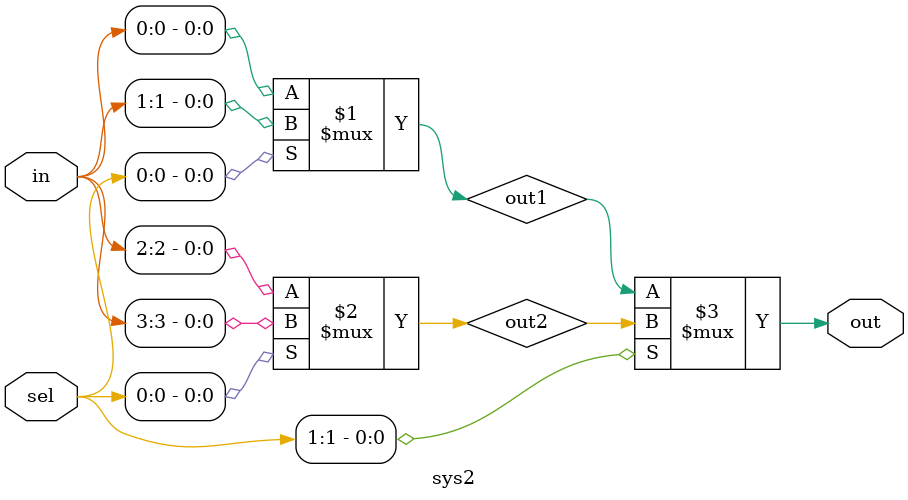
<source format=v>
module sys2 (out,sel,in);

output out;
input  [3:0]in;
input  [1:0]sel;
wire out1,out2;

assign out1 = sel[0] ? in[1] : in[0];
assign out2 = sel[0] ? in[3] : in[2];
assign out  = sel[1] ? out2  : out1;


endmodule

</source>
